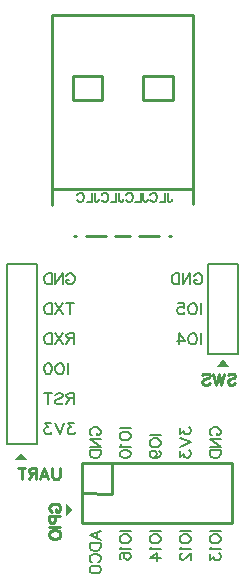
<source format=gbo>
G04 Layer: BottomSilkLayer*
G04 EasyEDA v6.4.25, 2021-09-19T13:56:21+08:00*
G04 cf7ef8cfdd7b4478b9a214f7d578d54c,d03eed67808b488db07f83a96349b93e,10*
G04 Gerber Generator version 0.2*
G04 Scale: 100 percent, Rotated: No, Reflected: No *
G04 Dimensions in inches *
G04 leading zeros omitted , absolute positions ,3 integer and 6 decimal *
%FSLAX36Y36*%
%MOIN*%

%ADD10C,0.0100*%
%ADD11C,0.0050*%
%ADD33C,0.0080*%
%ADD34C,0.0080*%

%LPD*%
D11*
X660000Y-380271D02*
G01*
X660000Y-417853D01*
X637451Y-380271D02*
G01*
X641030Y-382062D01*
X644609Y-385641D01*
X646399Y-389220D01*
X648189Y-394587D01*
X648189Y-403535D01*
X646399Y-408904D01*
X644609Y-412483D01*
X641030Y-416062D01*
X637451Y-417853D01*
X630293Y-417853D01*
X626714Y-416062D01*
X623135Y-412483D01*
X621345Y-408904D01*
X619555Y-403535D01*
X619555Y-394587D01*
X621345Y-389220D01*
X623135Y-385641D01*
X626714Y-382062D01*
X630293Y-380271D01*
X637451Y-380271D01*
X586271Y-380271D02*
G01*
X604166Y-380271D01*
X605956Y-396377D01*
X604166Y-394587D01*
X598796Y-392799D01*
X593429Y-392799D01*
X588060Y-394587D01*
X584481Y-398168D01*
X582690Y-403535D01*
X582690Y-407114D01*
X584481Y-412483D01*
X588060Y-416062D01*
X593429Y-417853D01*
X598796Y-417853D01*
X604166Y-416062D01*
X605956Y-414272D01*
X607744Y-410693D01*
X660001Y-480972D02*
G01*
X660001Y-518553D01*
X637453Y-480972D02*
G01*
X641032Y-482762D01*
X644610Y-486341D01*
X646399Y-489920D01*
X648189Y-495288D01*
X648189Y-504236D01*
X646399Y-509605D01*
X644610Y-513184D01*
X641032Y-516763D01*
X637453Y-518553D01*
X630293Y-518553D01*
X626714Y-516763D01*
X623135Y-513184D01*
X621347Y-509605D01*
X619556Y-504236D01*
X619556Y-495288D01*
X621347Y-489920D01*
X623135Y-486341D01*
X626714Y-482762D01*
X630293Y-480972D01*
X637453Y-480972D01*
X589850Y-480972D02*
G01*
X607746Y-506026D01*
X580902Y-506026D01*
X589850Y-480972D02*
G01*
X589850Y-518553D01*
X638157Y-289220D02*
G01*
X639945Y-285641D01*
X643524Y-282062D01*
X647105Y-280271D01*
X654263Y-280271D01*
X657842Y-282062D01*
X661421Y-285641D01*
X663209Y-289220D01*
X665000Y-294587D01*
X665000Y-303535D01*
X663209Y-308904D01*
X661421Y-312483D01*
X657842Y-316062D01*
X654263Y-317853D01*
X647105Y-317853D01*
X643524Y-316062D01*
X639945Y-312483D01*
X638157Y-308904D01*
X638157Y-303535D01*
X647105Y-303535D02*
G01*
X638157Y-303535D01*
X626345Y-280271D02*
G01*
X626345Y-317853D01*
X626345Y-280271D02*
G01*
X601291Y-317853D01*
X601291Y-280271D02*
G01*
X601291Y-317853D01*
X589481Y-280271D02*
G01*
X589481Y-317853D01*
X589481Y-280271D02*
G01*
X576954Y-280271D01*
X571586Y-282062D01*
X568006Y-285641D01*
X566217Y-289220D01*
X564427Y-294587D01*
X564427Y-303535D01*
X566217Y-308904D01*
X568006Y-312483D01*
X571586Y-316062D01*
X576954Y-317853D01*
X589481Y-317853D01*
X238211Y-780271D02*
G01*
X218526Y-780271D01*
X229263Y-794587D01*
X223895Y-794587D01*
X220315Y-796377D01*
X218526Y-798168D01*
X216736Y-803535D01*
X216736Y-807114D01*
X218526Y-812483D01*
X222105Y-816062D01*
X227474Y-817853D01*
X232842Y-817853D01*
X238211Y-816062D01*
X240000Y-814272D01*
X241790Y-810693D01*
X204924Y-780271D02*
G01*
X190608Y-817853D01*
X176293Y-780271D02*
G01*
X190608Y-817853D01*
X160902Y-780271D02*
G01*
X141217Y-780271D01*
X151954Y-794587D01*
X146586Y-794587D01*
X143006Y-796377D01*
X141217Y-798168D01*
X139427Y-803535D01*
X139427Y-807114D01*
X141217Y-812483D01*
X144796Y-816062D01*
X150165Y-817853D01*
X155533Y-817853D01*
X160902Y-816062D01*
X162692Y-814272D01*
X164481Y-810693D01*
X238211Y-680271D02*
G01*
X238211Y-717853D01*
X238211Y-680271D02*
G01*
X222105Y-680271D01*
X216736Y-682062D01*
X214947Y-683850D01*
X213157Y-687429D01*
X213157Y-691008D01*
X214947Y-694587D01*
X216736Y-696377D01*
X222105Y-698168D01*
X238211Y-698168D01*
X225684Y-698168D02*
G01*
X213157Y-717853D01*
X176293Y-685641D02*
G01*
X179872Y-682062D01*
X185239Y-680271D01*
X192397Y-680271D01*
X197766Y-682062D01*
X201345Y-685641D01*
X201345Y-689220D01*
X199556Y-692799D01*
X197766Y-694587D01*
X194187Y-696377D01*
X183451Y-699956D01*
X179872Y-701747D01*
X178081Y-703535D01*
X176293Y-707114D01*
X176293Y-712483D01*
X179872Y-716062D01*
X185239Y-717853D01*
X192397Y-717853D01*
X197766Y-716062D01*
X201345Y-712483D01*
X151954Y-680271D02*
G01*
X151954Y-717853D01*
X164481Y-680271D02*
G01*
X139427Y-680271D01*
X216738Y-580271D02*
G01*
X216738Y-617853D01*
X194189Y-580271D02*
G01*
X197768Y-582062D01*
X201347Y-585641D01*
X203137Y-589220D01*
X204926Y-594587D01*
X204926Y-603535D01*
X203137Y-608904D01*
X201347Y-612483D01*
X197768Y-616062D01*
X194189Y-617853D01*
X187031Y-617853D01*
X183452Y-616062D01*
X179872Y-612483D01*
X178083Y-608904D01*
X176293Y-603535D01*
X176293Y-594587D01*
X178083Y-589220D01*
X179872Y-585641D01*
X183452Y-582062D01*
X187031Y-580271D01*
X194189Y-580271D01*
X153746Y-580271D02*
G01*
X159115Y-582062D01*
X162694Y-587429D01*
X164483Y-596377D01*
X164483Y-601747D01*
X162694Y-610693D01*
X159115Y-616062D01*
X153746Y-617853D01*
X150167Y-617853D01*
X144798Y-616062D01*
X141219Y-610693D01*
X139430Y-601747D01*
X139430Y-596377D01*
X141219Y-587429D01*
X144798Y-582062D01*
X150167Y-580271D01*
X153746Y-580271D01*
X238211Y-480271D02*
G01*
X238211Y-517853D01*
X238211Y-480271D02*
G01*
X222105Y-480271D01*
X216736Y-482062D01*
X214947Y-483850D01*
X213157Y-487429D01*
X213157Y-491008D01*
X214947Y-494587D01*
X216736Y-496377D01*
X222105Y-498168D01*
X238211Y-498168D01*
X225684Y-498168D02*
G01*
X213157Y-517853D01*
X201345Y-480271D02*
G01*
X176291Y-517853D01*
X176291Y-480271D02*
G01*
X201345Y-517853D01*
X164481Y-480271D02*
G01*
X164481Y-517853D01*
X164481Y-480271D02*
G01*
X151954Y-480271D01*
X146586Y-482062D01*
X143006Y-485641D01*
X141217Y-489220D01*
X139427Y-494587D01*
X139427Y-503535D01*
X141217Y-508904D01*
X143006Y-512483D01*
X146586Y-516062D01*
X151954Y-517853D01*
X164481Y-517853D01*
X225684Y-380271D02*
G01*
X225684Y-417853D01*
X238211Y-380271D02*
G01*
X213157Y-380271D01*
X201345Y-380271D02*
G01*
X176291Y-417853D01*
X176291Y-380271D02*
G01*
X201345Y-417853D01*
X164481Y-380271D02*
G01*
X164481Y-417853D01*
X164481Y-380271D02*
G01*
X151954Y-380271D01*
X146586Y-382062D01*
X143006Y-385641D01*
X141217Y-389220D01*
X139427Y-394587D01*
X139427Y-403535D01*
X141217Y-408904D01*
X143006Y-412483D01*
X146586Y-416062D01*
X151954Y-417853D01*
X164481Y-417853D01*
X213157Y-289220D02*
G01*
X214947Y-285641D01*
X218526Y-282062D01*
X222105Y-280271D01*
X229263Y-280271D01*
X232842Y-282062D01*
X236421Y-285641D01*
X238211Y-289220D01*
X240000Y-294587D01*
X240000Y-303535D01*
X238211Y-308904D01*
X236421Y-312483D01*
X232842Y-316062D01*
X229263Y-317853D01*
X222105Y-317853D01*
X218526Y-316062D01*
X214947Y-312483D01*
X213157Y-308904D01*
X213157Y-303535D01*
X222105Y-303535D02*
G01*
X213157Y-303535D01*
X201345Y-280271D02*
G01*
X201345Y-317853D01*
X201345Y-280271D02*
G01*
X176293Y-317853D01*
X176293Y-280271D02*
G01*
X176293Y-317853D01*
X164481Y-280271D02*
G01*
X164481Y-317853D01*
X164481Y-280271D02*
G01*
X151954Y-280271D01*
X146586Y-282062D01*
X143006Y-285641D01*
X141217Y-289220D01*
X139427Y-294587D01*
X139427Y-303535D01*
X141217Y-308904D01*
X143006Y-312483D01*
X146586Y-316062D01*
X151954Y-317853D01*
X164481Y-317853D01*
X299220Y-821844D02*
G01*
X295641Y-820055D01*
X292062Y-816475D01*
X290271Y-812896D01*
X290271Y-805738D01*
X292062Y-802159D01*
X295641Y-798580D01*
X299220Y-796790D01*
X304587Y-795001D01*
X313535Y-795001D01*
X318904Y-796790D01*
X322483Y-798580D01*
X326062Y-802159D01*
X327853Y-805738D01*
X327853Y-812896D01*
X326062Y-816475D01*
X322483Y-820055D01*
X318904Y-821844D01*
X313535Y-821844D01*
X313535Y-812896D02*
G01*
X313535Y-821844D01*
X290271Y-833656D02*
G01*
X327853Y-833656D01*
X290271Y-833656D02*
G01*
X327853Y-858708D01*
X290271Y-858708D02*
G01*
X327853Y-858708D01*
X290271Y-870520D02*
G01*
X327853Y-870520D01*
X290271Y-870520D02*
G01*
X290271Y-883047D01*
X292062Y-888416D01*
X295641Y-891995D01*
X299220Y-893784D01*
X304587Y-895574D01*
X313535Y-895574D01*
X318904Y-893784D01*
X322483Y-891995D01*
X326062Y-888416D01*
X327853Y-883047D01*
X327853Y-870520D01*
X390271Y-797507D02*
G01*
X427853Y-797507D01*
X390271Y-820055D02*
G01*
X392062Y-816476D01*
X395641Y-812898D01*
X399220Y-811107D01*
X404587Y-809319D01*
X413535Y-809319D01*
X418904Y-811107D01*
X422483Y-812898D01*
X426062Y-816476D01*
X427853Y-820055D01*
X427853Y-827213D01*
X426062Y-830792D01*
X422483Y-834371D01*
X418904Y-836161D01*
X413535Y-837950D01*
X404587Y-837950D01*
X399220Y-836161D01*
X395641Y-834371D01*
X392062Y-830792D01*
X390271Y-827213D01*
X390271Y-820055D01*
X397429Y-849762D02*
G01*
X395641Y-853341D01*
X390271Y-858710D01*
X427853Y-858710D01*
X390271Y-881257D02*
G01*
X392062Y-875889D01*
X397429Y-872310D01*
X406377Y-870520D01*
X411747Y-870520D01*
X420693Y-872310D01*
X426062Y-875889D01*
X427853Y-881257D01*
X427853Y-884837D01*
X426062Y-890205D01*
X420693Y-893784D01*
X411747Y-895574D01*
X406377Y-895574D01*
X397429Y-893784D01*
X392062Y-890205D01*
X390271Y-884837D01*
X390271Y-881257D01*
X490271Y-820054D02*
G01*
X527853Y-820054D01*
X490271Y-842602D02*
G01*
X492062Y-839023D01*
X495641Y-835444D01*
X499220Y-833654D01*
X504587Y-831864D01*
X513535Y-831864D01*
X518904Y-833654D01*
X522483Y-835444D01*
X526062Y-839023D01*
X527853Y-842602D01*
X527853Y-849760D01*
X526062Y-853339D01*
X522483Y-856918D01*
X518904Y-858708D01*
X513535Y-860497D01*
X504587Y-860497D01*
X499220Y-858708D01*
X495641Y-856918D01*
X492062Y-853339D01*
X490271Y-849760D01*
X490271Y-842602D01*
X502799Y-895572D02*
G01*
X508168Y-893782D01*
X511747Y-890203D01*
X513535Y-884836D01*
X513535Y-883045D01*
X511747Y-877676D01*
X508168Y-874097D01*
X502799Y-872309D01*
X501008Y-872309D01*
X495641Y-874097D01*
X492062Y-877676D01*
X490271Y-883045D01*
X490271Y-884836D01*
X492062Y-890203D01*
X495641Y-893782D01*
X502799Y-895572D01*
X511747Y-895572D01*
X520693Y-893782D01*
X526062Y-890203D01*
X527853Y-884836D01*
X527853Y-881255D01*
X526062Y-875887D01*
X522483Y-874097D01*
X590271Y-796790D02*
G01*
X590271Y-816475D01*
X604587Y-805738D01*
X604587Y-811105D01*
X606377Y-814686D01*
X608168Y-816475D01*
X613535Y-818265D01*
X617114Y-818265D01*
X622483Y-816475D01*
X626062Y-812896D01*
X627853Y-807527D01*
X627853Y-802159D01*
X626062Y-796790D01*
X624272Y-795001D01*
X620693Y-793211D01*
X590271Y-830075D02*
G01*
X627853Y-844391D01*
X590271Y-858708D02*
G01*
X627853Y-844391D01*
X590271Y-874097D02*
G01*
X590271Y-893782D01*
X604587Y-883045D01*
X604587Y-888415D01*
X606377Y-891993D01*
X608168Y-893782D01*
X613535Y-895572D01*
X617114Y-895572D01*
X622483Y-893782D01*
X626062Y-890203D01*
X627853Y-884836D01*
X627853Y-879466D01*
X626062Y-874097D01*
X624272Y-872309D01*
X620693Y-870518D01*
X699220Y-821842D02*
G01*
X695641Y-820054D01*
X692062Y-816475D01*
X690271Y-812896D01*
X690271Y-805738D01*
X692062Y-802157D01*
X695641Y-798578D01*
X699220Y-796790D01*
X704587Y-795000D01*
X713535Y-795000D01*
X718904Y-796790D01*
X722483Y-798578D01*
X726062Y-802157D01*
X727853Y-805738D01*
X727853Y-812896D01*
X726062Y-816475D01*
X722483Y-820054D01*
X718904Y-821842D01*
X713535Y-821842D01*
X713535Y-812896D02*
G01*
X713535Y-821842D01*
X690271Y-833654D02*
G01*
X727853Y-833654D01*
X690271Y-833654D02*
G01*
X727853Y-858708D01*
X690271Y-858708D02*
G01*
X727853Y-858708D01*
X690271Y-870518D02*
G01*
X727853Y-870518D01*
X690271Y-870518D02*
G01*
X690271Y-883045D01*
X692062Y-888415D01*
X695641Y-891993D01*
X699220Y-893782D01*
X704587Y-895572D01*
X713535Y-895572D01*
X718904Y-893782D01*
X722483Y-891993D01*
X726062Y-888415D01*
X727853Y-883045D01*
X727853Y-870518D01*
X290271Y-1154315D02*
G01*
X327853Y-1140000D01*
X290271Y-1154315D02*
G01*
X327853Y-1168631D01*
X315326Y-1145367D02*
G01*
X315326Y-1163263D01*
X290271Y-1180443D02*
G01*
X327853Y-1180443D01*
X290271Y-1180443D02*
G01*
X290271Y-1192970D01*
X292062Y-1198339D01*
X295641Y-1201918D01*
X299220Y-1203706D01*
X304587Y-1205497D01*
X313535Y-1205497D01*
X318904Y-1203706D01*
X322483Y-1201918D01*
X326062Y-1198339D01*
X327853Y-1192970D01*
X327853Y-1180443D01*
X299220Y-1244151D02*
G01*
X295641Y-1242361D01*
X292062Y-1238782D01*
X290271Y-1235203D01*
X290271Y-1228045D01*
X292062Y-1224466D01*
X295641Y-1220886D01*
X299220Y-1219097D01*
X304587Y-1217307D01*
X313535Y-1217307D01*
X318904Y-1219097D01*
X322483Y-1220886D01*
X326062Y-1224466D01*
X327853Y-1228045D01*
X327853Y-1235203D01*
X326062Y-1238782D01*
X322483Y-1242361D01*
X318904Y-1244151D01*
X290271Y-1266698D02*
G01*
X292062Y-1261331D01*
X297429Y-1257752D01*
X306377Y-1255961D01*
X311747Y-1255961D01*
X320693Y-1257752D01*
X326062Y-1261331D01*
X327853Y-1266698D01*
X327853Y-1270277D01*
X326062Y-1275646D01*
X320693Y-1279225D01*
X311747Y-1281015D01*
X306377Y-1281015D01*
X297429Y-1279225D01*
X292062Y-1275646D01*
X290271Y-1270277D01*
X290271Y-1266698D01*
X390271Y-1140000D02*
G01*
X427853Y-1140000D01*
X390271Y-1162548D02*
G01*
X392062Y-1158969D01*
X395641Y-1155390D01*
X399220Y-1153600D01*
X404587Y-1151810D01*
X413535Y-1151810D01*
X418904Y-1153600D01*
X422483Y-1155390D01*
X426062Y-1158969D01*
X427853Y-1162548D01*
X427853Y-1169706D01*
X426062Y-1173285D01*
X422483Y-1176864D01*
X418904Y-1178654D01*
X413535Y-1180443D01*
X404587Y-1180443D01*
X399220Y-1178654D01*
X395641Y-1176864D01*
X392062Y-1173285D01*
X390271Y-1169706D01*
X390271Y-1162548D01*
X397429Y-1192253D02*
G01*
X395641Y-1195832D01*
X390271Y-1201201D01*
X427853Y-1201201D01*
X395641Y-1234488D02*
G01*
X392062Y-1232698D01*
X390271Y-1227328D01*
X390271Y-1223750D01*
X392062Y-1218382D01*
X397429Y-1214803D01*
X406377Y-1213013D01*
X415326Y-1213013D01*
X422483Y-1214803D01*
X426062Y-1218382D01*
X427853Y-1223750D01*
X427853Y-1225540D01*
X426062Y-1230907D01*
X422483Y-1234488D01*
X417114Y-1236277D01*
X415326Y-1236277D01*
X409956Y-1234488D01*
X406377Y-1230907D01*
X404587Y-1225540D01*
X404587Y-1223750D01*
X406377Y-1218382D01*
X409956Y-1214803D01*
X415326Y-1213013D01*
X490271Y-1140000D02*
G01*
X527853Y-1140000D01*
X490271Y-1162548D02*
G01*
X492062Y-1158969D01*
X495641Y-1155390D01*
X499220Y-1153600D01*
X504587Y-1151810D01*
X513535Y-1151810D01*
X518904Y-1153600D01*
X522483Y-1155390D01*
X526062Y-1158969D01*
X527853Y-1162548D01*
X527853Y-1169706D01*
X526062Y-1173285D01*
X522483Y-1176864D01*
X518904Y-1178654D01*
X513535Y-1180443D01*
X504587Y-1180443D01*
X499220Y-1178654D01*
X495641Y-1176864D01*
X492062Y-1173285D01*
X490271Y-1169706D01*
X490271Y-1162548D01*
X497429Y-1192253D02*
G01*
X495641Y-1195832D01*
X490271Y-1201201D01*
X527853Y-1201201D01*
X490271Y-1230907D02*
G01*
X515326Y-1213013D01*
X515326Y-1239855D01*
X490271Y-1230907D02*
G01*
X527853Y-1230907D01*
X590271Y-1140000D02*
G01*
X627853Y-1140000D01*
X590271Y-1162548D02*
G01*
X592062Y-1158969D01*
X595641Y-1155390D01*
X599220Y-1153600D01*
X604587Y-1151810D01*
X613535Y-1151810D01*
X618904Y-1153600D01*
X622483Y-1155390D01*
X626062Y-1158969D01*
X627853Y-1162548D01*
X627853Y-1169706D01*
X626062Y-1173285D01*
X622483Y-1176864D01*
X618904Y-1178654D01*
X613535Y-1180444D01*
X604587Y-1180444D01*
X599220Y-1178654D01*
X595641Y-1176864D01*
X592062Y-1173285D01*
X590271Y-1169706D01*
X590271Y-1162548D01*
X597429Y-1192255D02*
G01*
X595641Y-1195833D01*
X590271Y-1201201D01*
X627853Y-1201201D01*
X599220Y-1214803D02*
G01*
X597429Y-1214803D01*
X593850Y-1216592D01*
X592062Y-1218382D01*
X590271Y-1221961D01*
X590271Y-1229119D01*
X592062Y-1232698D01*
X593850Y-1234488D01*
X597429Y-1236278D01*
X601008Y-1236278D01*
X604587Y-1234488D01*
X609956Y-1230909D01*
X627853Y-1213013D01*
X627853Y-1238067D01*
X690271Y-1140000D02*
G01*
X727853Y-1140000D01*
X690271Y-1162548D02*
G01*
X692062Y-1158969D01*
X695641Y-1155390D01*
X699220Y-1153600D01*
X704587Y-1151810D01*
X713535Y-1151810D01*
X718904Y-1153600D01*
X722483Y-1155390D01*
X726062Y-1158969D01*
X727853Y-1162548D01*
X727853Y-1169706D01*
X726062Y-1173285D01*
X722483Y-1176864D01*
X718904Y-1178654D01*
X713535Y-1180443D01*
X704587Y-1180443D01*
X699220Y-1178654D01*
X695641Y-1176864D01*
X692062Y-1173285D01*
X690271Y-1169706D01*
X690271Y-1162548D01*
X697429Y-1192253D02*
G01*
X695641Y-1195832D01*
X690271Y-1201201D01*
X727853Y-1201201D01*
X690271Y-1216592D02*
G01*
X690271Y-1236277D01*
X704587Y-1225540D01*
X704587Y-1230907D01*
X706377Y-1234488D01*
X708168Y-1236277D01*
X713535Y-1238067D01*
X717114Y-1238067D01*
X722483Y-1236277D01*
X726062Y-1232698D01*
X727853Y-1227328D01*
X727853Y-1221961D01*
X726062Y-1216592D01*
X724272Y-1214803D01*
X720693Y-1213013D01*
D10*
X749945Y-620641D02*
G01*
X753524Y-617062D01*
X758894Y-615271D01*
X766051Y-615271D01*
X771421Y-617062D01*
X775000Y-620641D01*
X775000Y-624220D01*
X773209Y-627799D01*
X771421Y-629587D01*
X767842Y-631377D01*
X757105Y-634956D01*
X753524Y-636747D01*
X751736Y-638535D01*
X749945Y-642114D01*
X749945Y-647483D01*
X753524Y-651062D01*
X758894Y-652853D01*
X766051Y-652853D01*
X771421Y-651062D01*
X775000Y-647483D01*
X738135Y-615271D02*
G01*
X729187Y-652853D01*
X720239Y-615271D02*
G01*
X729187Y-652853D01*
X720239Y-615271D02*
G01*
X711291Y-652853D01*
X702343Y-615271D02*
G01*
X711291Y-652853D01*
X665479Y-620641D02*
G01*
X669059Y-617062D01*
X674427Y-615271D01*
X681586Y-615271D01*
X686954Y-617062D01*
X690533Y-620641D01*
X690533Y-624220D01*
X688744Y-627799D01*
X686954Y-629587D01*
X683375Y-631377D01*
X672638Y-634956D01*
X669059Y-636747D01*
X667269Y-638535D01*
X665479Y-642114D01*
X665479Y-647483D01*
X669059Y-651062D01*
X674427Y-652853D01*
X681586Y-652853D01*
X686954Y-651062D01*
X690533Y-647483D01*
X190000Y-930271D02*
G01*
X190000Y-957114D01*
X188209Y-962483D01*
X184630Y-966062D01*
X179263Y-967853D01*
X175684Y-967853D01*
X170315Y-966062D01*
X166736Y-962483D01*
X164945Y-957114D01*
X164945Y-930271D01*
X138818Y-930271D02*
G01*
X153135Y-967853D01*
X138818Y-930271D02*
G01*
X124502Y-967853D01*
X147766Y-955326D02*
G01*
X129870Y-955326D01*
X112690Y-930271D02*
G01*
X112690Y-967853D01*
X112690Y-930271D02*
G01*
X96586Y-930271D01*
X91217Y-932062D01*
X89427Y-933850D01*
X87638Y-937429D01*
X87638Y-941008D01*
X89427Y-944587D01*
X91217Y-946377D01*
X96586Y-948168D01*
X112690Y-948168D01*
X100165Y-948168D02*
G01*
X87638Y-967853D01*
X63299Y-930271D02*
G01*
X63299Y-967853D01*
X75826Y-930271D02*
G01*
X50772Y-930271D01*
X164220Y-1076842D02*
G01*
X160641Y-1075054D01*
X157062Y-1071475D01*
X155271Y-1067894D01*
X155271Y-1060736D01*
X157062Y-1057157D01*
X160641Y-1053578D01*
X164220Y-1051790D01*
X169587Y-1050000D01*
X178535Y-1050000D01*
X183904Y-1051790D01*
X187483Y-1053578D01*
X191062Y-1057157D01*
X192853Y-1060736D01*
X192853Y-1067894D01*
X191062Y-1071475D01*
X187483Y-1075054D01*
X183904Y-1076842D01*
X178535Y-1076842D01*
X178535Y-1067894D02*
G01*
X178535Y-1076842D01*
X155271Y-1088654D02*
G01*
X192853Y-1088654D01*
X155271Y-1088654D02*
G01*
X155271Y-1104760D01*
X157062Y-1110129D01*
X158850Y-1111918D01*
X162429Y-1113708D01*
X167798Y-1113708D01*
X171377Y-1111918D01*
X173168Y-1110129D01*
X174956Y-1104760D01*
X174956Y-1088654D01*
X155271Y-1125518D02*
G01*
X192853Y-1125518D01*
X155271Y-1148067D02*
G01*
X157062Y-1144488D01*
X160641Y-1140909D01*
X164220Y-1139119D01*
X169587Y-1137330D01*
X178535Y-1137330D01*
X183904Y-1139119D01*
X187483Y-1140909D01*
X191062Y-1144488D01*
X192853Y-1148067D01*
X192853Y-1155225D01*
X191062Y-1158805D01*
X187483Y-1162384D01*
X183904Y-1164173D01*
X178535Y-1165963D01*
X169587Y-1165963D01*
X164220Y-1164173D01*
X160641Y-1162384D01*
X157062Y-1158805D01*
X155271Y-1155225D01*
X155271Y-1148067D01*
D33*
X550684Y-13218D02*
G01*
X550684Y-36123D01*
X552114Y-40419D01*
X553546Y-41849D01*
X556410Y-43281D01*
X559272Y-43281D01*
X562136Y-41849D01*
X563568Y-40419D01*
X565000Y-36123D01*
X565000Y-33261D01*
X541235Y-13218D02*
G01*
X541235Y-43281D01*
X541235Y-43281D02*
G01*
X524054Y-43281D01*
X493132Y-20376D02*
G01*
X494562Y-17512D01*
X497426Y-14648D01*
X500289Y-13218D01*
X506015Y-13218D01*
X508879Y-14648D01*
X511743Y-17512D01*
X513175Y-20376D01*
X514605Y-24670D01*
X514605Y-31828D01*
X513175Y-36123D01*
X511743Y-38987D01*
X508879Y-41849D01*
X506015Y-43281D01*
X500289Y-43281D01*
X497426Y-41849D01*
X494562Y-38987D01*
X493132Y-36123D01*
X469366Y-13218D02*
G01*
X469366Y-36123D01*
X470797Y-40419D01*
X472229Y-41849D01*
X475093Y-43281D01*
X477955Y-43281D01*
X480819Y-41849D01*
X482251Y-40419D01*
X483683Y-36123D01*
X483683Y-33261D01*
X459917Y-13218D02*
G01*
X459917Y-43281D01*
X459917Y-43281D02*
G01*
X442737Y-43281D01*
X411815Y-20376D02*
G01*
X413245Y-17512D01*
X416109Y-14648D01*
X418973Y-13218D01*
X424699Y-13218D01*
X427563Y-14648D01*
X430426Y-17512D01*
X431858Y-20376D01*
X433288Y-24670D01*
X433288Y-31828D01*
X431858Y-36123D01*
X430426Y-38987D01*
X427563Y-41849D01*
X424699Y-43281D01*
X418973Y-43281D01*
X416109Y-41849D01*
X413245Y-38987D01*
X411815Y-36123D01*
X388049Y-13218D02*
G01*
X388049Y-36123D01*
X389481Y-40419D01*
X390913Y-41849D01*
X393775Y-43281D01*
X396639Y-43281D01*
X399502Y-41849D01*
X400934Y-40419D01*
X402366Y-36123D01*
X402366Y-33261D01*
X378600Y-13218D02*
G01*
X378600Y-43281D01*
X378600Y-43281D02*
G01*
X361421Y-43281D01*
X330497Y-20376D02*
G01*
X331929Y-17512D01*
X334792Y-14648D01*
X337656Y-13218D01*
X343382Y-13218D01*
X346246Y-14648D01*
X349108Y-17512D01*
X350540Y-20376D01*
X351972Y-24670D01*
X351972Y-31828D01*
X350540Y-36123D01*
X349108Y-38987D01*
X346246Y-41849D01*
X343382Y-43281D01*
X337656Y-43281D01*
X334792Y-41849D01*
X331929Y-38987D01*
X330497Y-36123D01*
X306732Y-13218D02*
G01*
X306732Y-36123D01*
X308164Y-40419D01*
X309596Y-41849D01*
X312458Y-43281D01*
X315322Y-43281D01*
X318184Y-41849D01*
X319616Y-40419D01*
X321048Y-36123D01*
X321048Y-33261D01*
X297283Y-13218D02*
G01*
X297283Y-43281D01*
X297283Y-43281D02*
G01*
X280104Y-43281D01*
X249180Y-20376D02*
G01*
X250612Y-17512D01*
X253474Y-14648D01*
X256338Y-13218D01*
X262064Y-13218D01*
X264927Y-14648D01*
X267791Y-17512D01*
X269223Y-20376D01*
X270655Y-24670D01*
X270655Y-31828D01*
X269223Y-36123D01*
X267791Y-38987D01*
X264927Y-41849D01*
X262064Y-43281D01*
X256338Y-43281D01*
X253474Y-41849D01*
X250612Y-38987D01*
X249180Y-36123D01*
G36*
X735000Y-567500D02*
G01*
X715000Y-592500D01*
X755000Y-592500D01*
G37*
G36*
X60000Y-880000D02*
G01*
X40000Y-905000D01*
X80000Y-905000D01*
G37*
G36*
X210000Y-1050000D02*
G01*
X210000Y-1090000D01*
X235000Y-1070000D01*
G37*
X15000Y-325000D02*
G01*
X15000Y-250000D01*
X115000Y-250000D01*
X115000Y-850000D01*
X15000Y-850000D01*
D34*
X15000Y-850000D02*
G01*
X15000Y-325000D01*
D33*
X685000Y-325000D02*
G01*
X685000Y-250000D01*
X785000Y-250000D01*
X785000Y-550000D01*
X685000Y-550000D01*
D34*
X685000Y-550000D02*
G01*
X685000Y-325000D01*
D10*
X265000Y-915000D02*
G01*
X765000Y-915000D01*
X265000Y-1015000D02*
G01*
X365000Y-1015277D01*
X365000Y-915000D01*
X265000Y-1115000D02*
G01*
X765000Y-1115000D01*
X265000Y-1115000D02*
G01*
X265000Y-915000D01*
X765000Y-1115000D02*
G01*
X765000Y-915000D01*
X163494Y-594D02*
G01*
X636473Y-594D01*
X636473Y578721D02*
G01*
X636473Y-51779D01*
X636473Y578721D02*
G01*
X163494Y578721D01*
X163494Y-51993D01*
X469600Y375435D02*
G01*
X566549Y375435D01*
X566549Y375435D02*
G01*
X566549Y296694D01*
X469600Y296694D01*
X469600Y375435D02*
G01*
X469600Y296694D01*
X330367Y375435D02*
G01*
X234012Y375435D01*
X234012Y375435D02*
G01*
X234012Y296694D01*
X330367Y296694D01*
X330367Y375435D02*
G01*
X330367Y296694D01*
X237925Y-158056D02*
G01*
X246516Y-158056D01*
X277890Y-158056D02*
G01*
X344945Y-158056D01*
X376320Y-158056D02*
G01*
X423685Y-158056D01*
X455059Y-158056D02*
G01*
X522130Y-158056D01*
X553456Y-158056D02*
G01*
X562071Y-158056D01*
M02*

</source>
